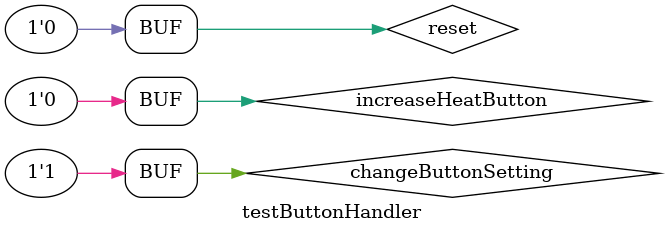
<source format=v>
`timescale 1ns / 1ps


module testButtonHandler;

 reg increaseHeatButton = 0;
 reg changeButtonSetting = 0;
 reg reset = 0;
 wire [6:0] settedTemperature;
 wire enable;
 
 initial begin
 
  #5 increaseHeatButton = 1;
  #1  increaseHeatButton = 0;
 
  #5 increaseHeatButton = 1;
  #1  increaseHeatButton = 0;

  #5 increaseHeatButton = 1;
  #1  increaseHeatButton = 0;
 
  #5 increaseHeatButton = 1;
  #1  increaseHeatButton = 0;
 
  #5 increaseHeatButton = 1;
  #1  increaseHeatButton = 0;
 
  #5 increaseHeatButton = 1;
  #1  increaseHeatButton = 0;
  
  #5 changeButtonSetting = 1;
  
  #5 increaseHeatButton = 1;
  #1  increaseHeatButton = 0;
  
 end
 
 ButtonHandler buttonHandler(increaseHeatButton,changeButtonSetting, reset, settedTemperature, enable);
   /*
        input increaseHeatButton,
        input changeButtonSetting,
        input reset,
        output[6:0] settedTemperature,
        output reg enable =0
   */
   
endmodule

</source>
